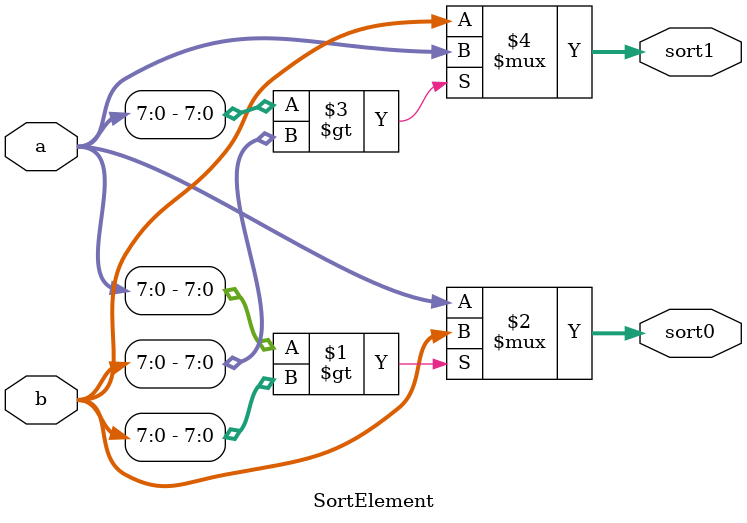
<source format=v>
module SortElement # (
  parameter DSIZE = 18,
  parameter OFFSET = 8
  )(
  input         [DSIZE-1:0] a,
  input         [DSIZE-1:0] b,
  output wire   [DSIZE-1:0] sort0,
  output wire   [DSIZE-1:0] sort1
  );

  assign sort0 = a[OFFSET-1:0] > b[OFFSET-1:0] ? b : a;
  assign sort1 = a[OFFSET-1:0] > b[OFFSET-1:0] ? a : b;

  endmodule

</source>
